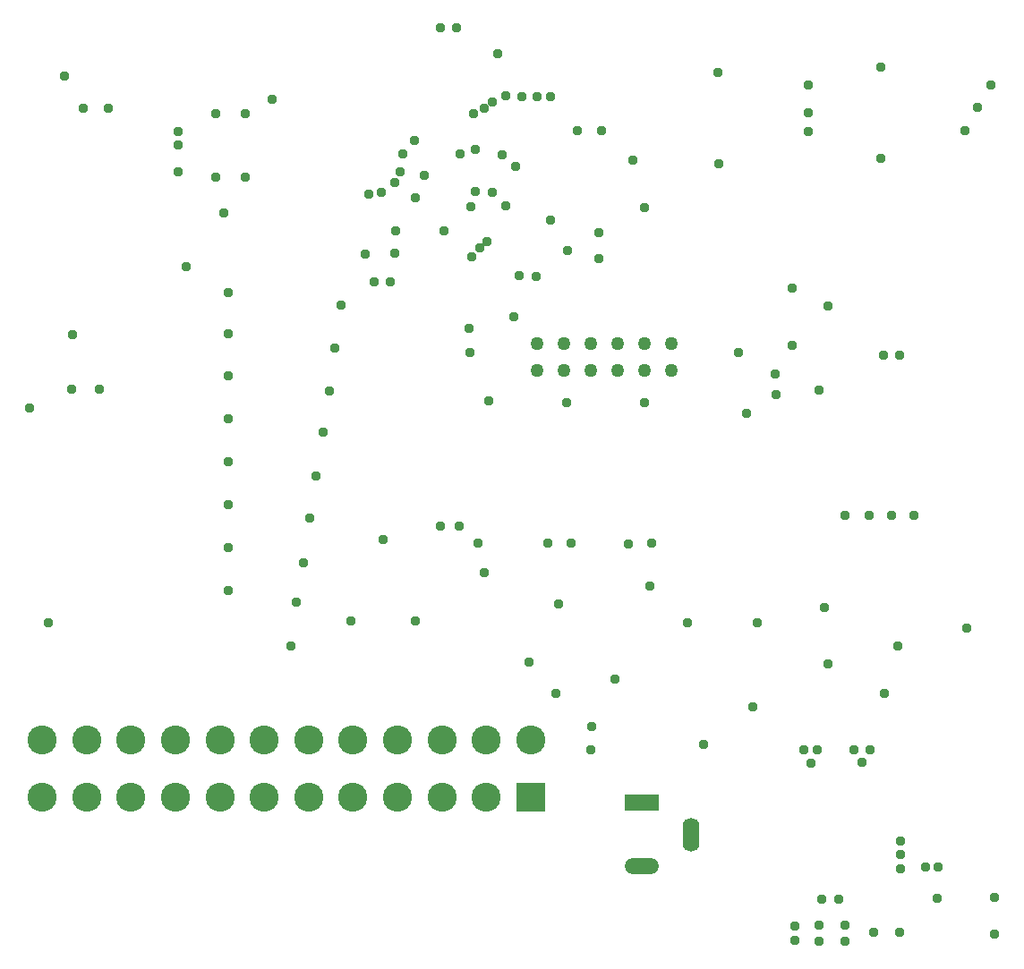
<source format=gbs>
G04*
G04 #@! TF.GenerationSoftware,Altium Limited,Altium Designer,24.6.1 (21)*
G04*
G04 Layer_Color=16711935*
%FSLAX44Y44*%
%MOMM*%
G71*
G04*
G04 #@! TF.SameCoordinates,AFB4F5FC-0506-43F6-848E-FD61737C44D3*
G04*
G04*
G04 #@! TF.FilePolarity,Negative*
G04*
G01*
G75*
%ADD50R,2.7500X2.7500*%
%ADD51C,2.7500*%
%ADD52C,1.2700*%
%ADD53R,3.2000X1.6000*%
G04:AMPARAMS|DCode=54|XSize=3.2mm|YSize=1.6mm|CornerRadius=0.8mm|HoleSize=0mm|Usage=FLASHONLY|Rotation=180.000|XOffset=0mm|YOffset=0mm|HoleType=Round|Shape=RoundedRectangle|*
%AMROUNDEDRECTD54*
21,1,3.2000,0.0000,0,0,180.0*
21,1,1.6000,1.6000,0,0,180.0*
1,1,1.6000,-0.8000,0.0000*
1,1,1.6000,0.8000,0.0000*
1,1,1.6000,0.8000,0.0000*
1,1,1.6000,-0.8000,0.0000*
%
%ADD54ROUNDEDRECTD54*%
G04:AMPARAMS|DCode=55|XSize=1.6mm|YSize=3.2mm|CornerRadius=0.8mm|HoleSize=0mm|Usage=FLASHONLY|Rotation=180.000|XOffset=0mm|YOffset=0mm|HoleType=Round|Shape=RoundedRectangle|*
%AMROUNDEDRECTD55*
21,1,1.6000,1.6000,0,0,180.0*
21,1,0.0000,3.2000,0,0,180.0*
1,1,1.6000,0.0000,0.8000*
1,1,1.6000,0.0000,0.8000*
1,1,1.6000,0.0000,-0.8000*
1,1,1.6000,0.0000,-0.8000*
%
%ADD55ROUNDEDRECTD55*%
%ADD56C,0.9580*%
D50*
X1277971Y402067D02*
D03*
D51*
X1235971D02*
D03*
X1193971D02*
D03*
X1151971D02*
D03*
X1109971D02*
D03*
X1067971D02*
D03*
X1025971D02*
D03*
X983971D02*
D03*
X941971D02*
D03*
X899971D02*
D03*
X857971D02*
D03*
X815971D02*
D03*
X1277971Y457067D02*
D03*
X1235971D02*
D03*
X1193971D02*
D03*
X1151971D02*
D03*
X1109971D02*
D03*
X1067971D02*
D03*
X1025971D02*
D03*
X983971D02*
D03*
X941971D02*
D03*
X899971D02*
D03*
X857971D02*
D03*
X815971D02*
D03*
D52*
X1283970Y806450D02*
D03*
Y831850D02*
D03*
X1309370Y806450D02*
D03*
Y831850D02*
D03*
X1334770Y806450D02*
D03*
Y831850D02*
D03*
X1360170Y806450D02*
D03*
Y831850D02*
D03*
X1385570Y806450D02*
D03*
Y831850D02*
D03*
X1410970Y806450D02*
D03*
Y831850D02*
D03*
D53*
X1382970Y397221D02*
D03*
D54*
Y337221D02*
D03*
D55*
X1429970Y367221D02*
D03*
D56*
X1301750Y500380D02*
D03*
X1263650Y999490D02*
D03*
X1225179Y975654D02*
D03*
X1241260Y975178D02*
D03*
X1254737Y962303D02*
D03*
X1717040Y273050D02*
D03*
Y307340D02*
D03*
X1426210Y567690D02*
D03*
X1492250D02*
D03*
X1276289Y530682D02*
D03*
X1138300Y646438D02*
D03*
X1168693Y569140D02*
D03*
X1107515Y568859D02*
D03*
X1624832Y545333D02*
D03*
X1690209Y562749D02*
D03*
X1370440Y642123D02*
D03*
X1392040Y642868D02*
D03*
X1315880Y643148D02*
D03*
X1294280Y642961D02*
D03*
X1550670Y787400D02*
D03*
X1220584Y823485D02*
D03*
X1219822Y846263D02*
D03*
X1210310Y659130D02*
D03*
X1456071Y1001709D02*
D03*
X1374435Y1005307D02*
D03*
X1662532Y306466D02*
D03*
X1192530Y1130300D02*
D03*
X1207770D02*
D03*
X1262356Y857390D02*
D03*
X1282948Y895121D02*
D03*
X1266840Y895800D02*
D03*
X1008380Y989330D02*
D03*
X1296670Y1065530D02*
D03*
X1241245Y1060368D02*
D03*
X1233830Y1054328D02*
D03*
X1254443Y1065931D02*
D03*
X1224280Y1049419D02*
D03*
X1236980Y928370D02*
D03*
X1168826Y969741D02*
D03*
X1196340Y938530D02*
D03*
X1136868Y974480D02*
D03*
X1124402Y973528D02*
D03*
X1121757Y916619D02*
D03*
X1098251Y868334D02*
D03*
X1092437Y827207D02*
D03*
X1087700Y786512D02*
D03*
X1081241Y748185D02*
D03*
X1075212Y706198D02*
D03*
X1068967Y666579D02*
D03*
X1062929Y624454D02*
D03*
X1050929Y545878D02*
D03*
X1056640Y586740D02*
D03*
X1177247Y991055D02*
D03*
X1149221Y916812D02*
D03*
X1455420Y1088490D02*
D03*
X1247140Y1106070D02*
D03*
X1210770Y1011300D02*
D03*
X1225762Y1015464D02*
D03*
X1251109Y1010205D02*
D03*
X988060Y955040D02*
D03*
X1540557Y1032510D02*
D03*
X1540869Y1076073D02*
D03*
X944880Y994410D02*
D03*
Y1019810D02*
D03*
X1540510Y1050290D02*
D03*
X1033780Y1062990D02*
D03*
X944880Y1032510D02*
D03*
X1609090Y1007110D02*
D03*
Y1093470D02*
D03*
X1509206Y802790D02*
D03*
X1510030Y783590D02*
D03*
X1525307Y829916D02*
D03*
X1474470Y822960D02*
D03*
X1712845Y1076632D02*
D03*
X1700367Y1055186D02*
D03*
X1688594Y1033339D02*
D03*
X1322070Y1033150D02*
D03*
X1344930D02*
D03*
X1283970Y1065530D02*
D03*
X1221740Y961390D02*
D03*
X1313180Y919480D02*
D03*
X1342173Y912020D02*
D03*
X1150620Y938530D02*
D03*
X1222468Y913858D02*
D03*
X1229622Y922317D02*
D03*
X1149149Y984250D02*
D03*
X1154669Y994294D02*
D03*
X1168400Y1023620D02*
D03*
X1156970Y1010920D02*
D03*
X1385500Y960190D02*
D03*
X1296670Y948690D02*
D03*
X1342324Y937123D02*
D03*
X1525270Y883920D02*
D03*
X1482090Y765810D02*
D03*
X1611630Y820420D02*
D03*
X1390650Y601980D02*
D03*
X1238250Y777240D02*
D03*
X1234440Y614680D02*
D03*
X1192530Y659130D02*
D03*
X1228090Y642620D02*
D03*
X869950Y788670D02*
D03*
X843581Y788536D02*
D03*
X844521Y840436D02*
D03*
X1441450Y452750D02*
D03*
X1640610Y669130D02*
D03*
X1619567Y668757D02*
D03*
X1597901Y669130D02*
D03*
X1575238D02*
D03*
X1536700Y447040D02*
D03*
X1583690D02*
D03*
X1598930D02*
D03*
X1549400D02*
D03*
X1357630Y514350D02*
D03*
X1591310Y435610D02*
D03*
X1145540Y890270D02*
D03*
X1130300D02*
D03*
X878840Y1054100D02*
D03*
X854710D02*
D03*
X836930Y1084580D02*
D03*
X1559560Y528320D02*
D03*
X1550796Y281221D02*
D03*
X1550860Y266532D02*
D03*
X1574969Y281422D02*
D03*
X1574990Y266532D02*
D03*
X1602428Y274891D02*
D03*
X1626558D02*
D03*
X1527810Y266700D02*
D03*
X1527525Y280619D02*
D03*
X1488440Y487680D02*
D03*
X821690Y567690D02*
D03*
X1612900Y500380D02*
D03*
X1335214Y469424D02*
D03*
X1542760Y434700D02*
D03*
X1555750Y581660D02*
D03*
X1626870Y820420D02*
D03*
X1559560Y867410D02*
D03*
X1270000Y1065530D02*
D03*
X980440Y1049020D02*
D03*
X1008380D02*
D03*
X980440Y989330D02*
D03*
X1304290Y585470D02*
D03*
X991997Y598043D02*
D03*
X991870Y638810D02*
D03*
Y679450D02*
D03*
Y720090D02*
D03*
Y760730D02*
D03*
Y801370D02*
D03*
Y840740D02*
D03*
Y880110D02*
D03*
X1334909Y447179D02*
D03*
X803853Y770738D02*
D03*
X1311910Y775970D02*
D03*
X1385582Y776098D02*
D03*
X952500Y904240D02*
D03*
X1627693Y334407D02*
D03*
Y361077D02*
D03*
X1663700Y336550D02*
D03*
X1627693Y348377D02*
D03*
X1569273Y306046D02*
D03*
X1651421Y336550D02*
D03*
X1553037Y305899D02*
D03*
M02*

</source>
